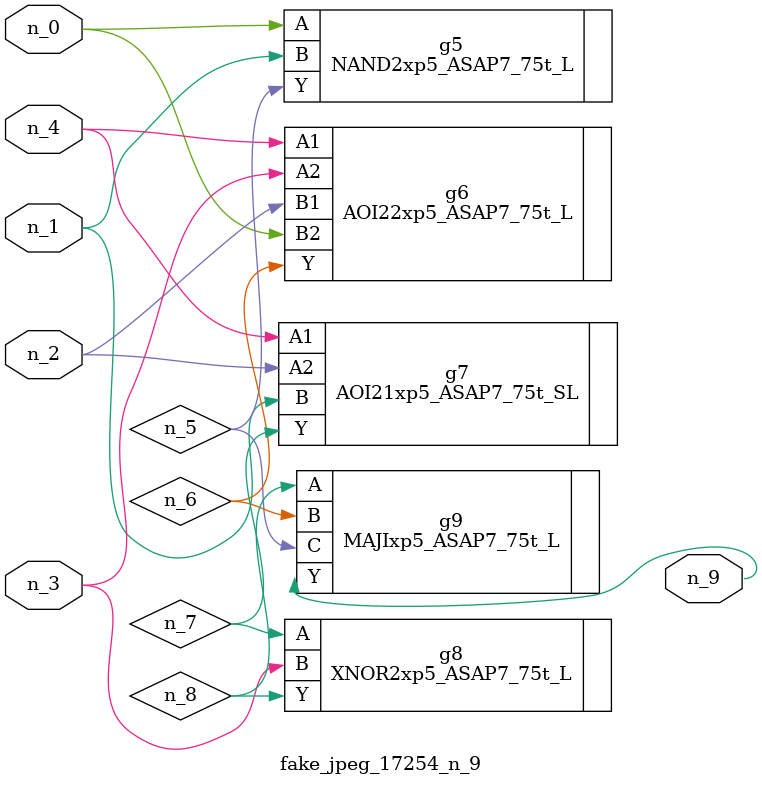
<source format=v>
module fake_jpeg_17254_n_9 (n_3, n_2, n_1, n_0, n_4, n_9);

input n_3;
input n_2;
input n_1;
input n_0;
input n_4;

output n_9;

wire n_8;
wire n_6;
wire n_5;
wire n_7;

NAND2xp5_ASAP7_75t_L g5 ( 
.A(n_0),
.B(n_1),
.Y(n_5)
);

AOI22xp5_ASAP7_75t_L g6 ( 
.A1(n_4),
.A2(n_3),
.B1(n_2),
.B2(n_0),
.Y(n_6)
);

AOI21xp5_ASAP7_75t_SL g7 ( 
.A1(n_4),
.A2(n_2),
.B(n_1),
.Y(n_7)
);

XNOR2xp5_ASAP7_75t_L g8 ( 
.A(n_7),
.B(n_3),
.Y(n_8)
);

MAJIxp5_ASAP7_75t_L g9 ( 
.A(n_8),
.B(n_6),
.C(n_5),
.Y(n_9)
);


endmodule
</source>
